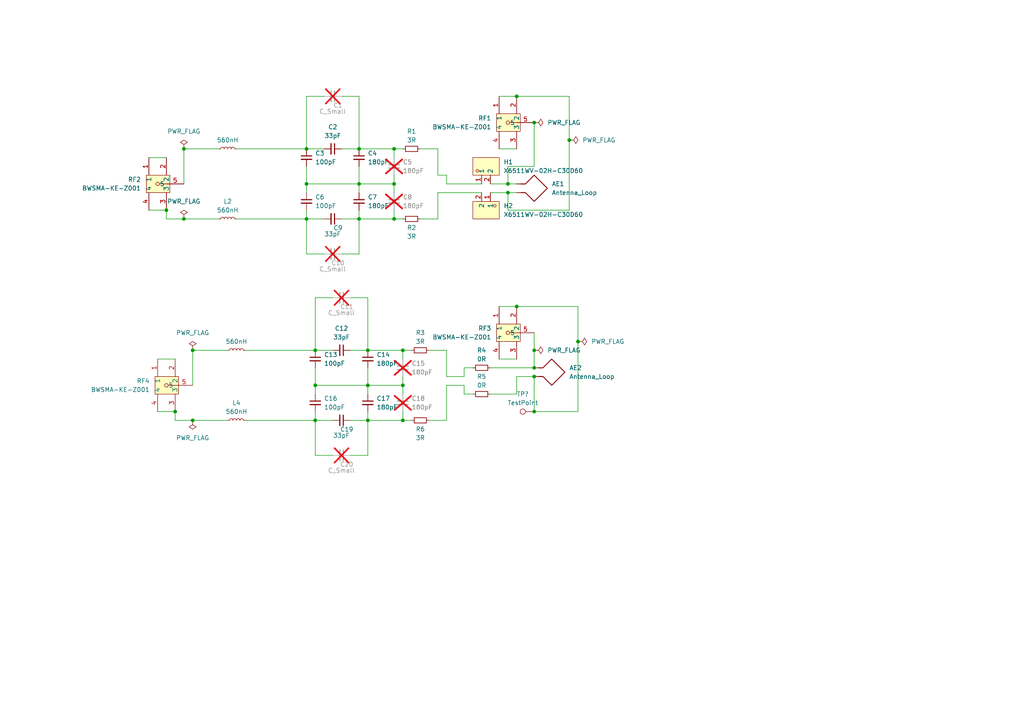
<source format=kicad_sch>
(kicad_sch (version 20230121) (generator eeschema)
  (paper "A4")
  (lib_symbols
    (symbol "Connector:TestPoint" (pin_numbers hide) (pin_names (offset 0.762) hide)
      (property "Reference" "TP" (at 0 6.858 0))
      (property "Value" "TestPoint" (at 0 5.08 0))
      (symbol "TestPoint_0_1"
        (circle (center 0 3.302) (radius 0.762))
      )
      (symbol "TestPoint_1_1"
        (pin passive line (at 0 0 90) (length 2.54) (name "1") (number "1"))
      )
    )
    (symbol "Device:Antenna_Loop" (pin_numbers hide) (pin_names (offset 1.016) hide)
      (property "Reference" "AE" (at 1.27 6.35 0))
      (property "Value" "Antenna_Loop" (at 1.27 5.08 0))
      (symbol "Antenna_Loop_0_1"
        (polyline (pts (xy 2.54 -3.81) (xy 2.54 -2.54) (xy 5.08 0) (xy 1.27 3.81) (xy -2.54 0) (xy 0 -2.54) (xy 0 -3.81)) (stroke (width 0.254)))
      )
      (symbol "Antenna_Loop_1_1"
        (pin input line (at 0 -5.08 90) (length 2.54) (name "~") (number "1"))
        (pin input line (at 2.54 -5.08 90) (length 2.54) (name "~") (number "2"))
      )
    )
    (symbol "Device:C_Small" (pin_numbers hide) (pin_names (offset 0.254) hide)
      (property "Reference" "C" (at 0.254 1.778 0))
      (property "Value" "C_Small" (at 0.254 -2.032 0))
      (symbol "C_Small_0_1"
        (polyline (pts (xy -1.524 -0.508) (xy 1.524 -0.508)) (stroke (width 0.3302)))
        (polyline (pts (xy -1.524 0.508) (xy 1.524 0.508)) (stroke (width 0.3048)))
      )
      (symbol "C_Small_1_1"
        (pin passive line (at 0 2.54 270) (length 2.032) (name "~") (number "1"))
        (pin passive line (at 0 -2.54 90) (length 2.032) (name "~") (number "2"))
      )
    )
    (symbol "Device:L_Small" (pin_numbers hide) (pin_names (offset 0.254) hide)
      (property "Reference" "L" (at 0.762 1.016 0))
      (property "Value" "L_Small" (at 0.762 -1.016 0))
      (symbol "L_Small_0_1"
        (arc (start 0 -2.032) (mid 0.5058 -1.524) (end 0 -1.016))
        (arc (start 0 -1.016) (mid 0.5058 -0.508) (end 0 0))
        (arc (start 0 0) (mid 0.5058 0.508) (end 0 1.016))
        (arc (start 0 1.016) (mid 0.5058 1.524) (end 0 2.032))
      )
      (symbol "L_Small_1_1"
        (pin passive line (at 0 2.54 270) (length 0.508) (name "~") (number "1"))
        (pin passive line (at 0 -2.54 90) (length 0.508) (name "~") (number "2"))
      )
    )
    (symbol "Device:R_Small" (pin_numbers hide) (pin_names (offset 0.254) hide)
      (property "Reference" "R" (at 0.762 0.508 0))
      (property "Value" "R_Small" (at 0.762 -1.016 0))
      (symbol "R_Small_0_1"
        (rectangle (start -0.762 1.778) (end 0.762 -1.778) (stroke (width 0.2032)))
      )
      (symbol "R_Small_1_1"
        (pin passive line (at 0 2.54 270) (length 0.762) (name "~") (number "1"))
        (pin passive line (at 0 -2.54 90) (length 0.762) (name "~") (number "2"))
      )
    )
    (symbol "my_symbol_library:BWSMA-KE-Z001"
      (property "Reference" "RF?" (at -2.286 1.27 0))
      (property "Value" "BWSMA-KE-Z001" (at -2.286 -1.27 0))
      (symbol "BWSMA-KE-Z001_0_1"
        (rectangle (start -0.76 2.54) (end 6.1 -2.54) (fill (type background)))
        (polyline (pts (xy 3.05 0) (xy 5.08 0)))
        (circle (center 2.54 0) (radius 0.51))
        (pin unspecified line (at 0 7.62 270) (length 5.08) (name "1") (number "1"))
        (pin unspecified line (at 5.08 7.62 270) (length 5.08) (name "2") (number "2"))
        (pin unspecified line (at 5.08 -7.62 90) (length 5.08) (name "3") (number "3"))
        (pin unspecified line (at 0 -7.62 90) (length 5.08) (name "4") (number "4"))
        (pin unspecified line (at 10.16 0 180) (length 5.08) (name "5") (number "5"))
      )
    )
    (symbol "my_symbol_library:X6511WV-02H-C30D60"
      (property "Reference" "H" (at 0 6.35 0))
      (property "Value" "X6511WV-02H-C30D60" (at 0 -6.35 0))
      (symbol "X6511WV-02H-C30D60_0_1"
        (rectangle (start -2.54 3.81) (end 2.54 -3.81) (fill (type background)))
        (circle (center -1.27 2.54) (radius 0.38))
        (pin unspecified line (at -5.08 1.27 0) (length 2.54) (name "1") (number "1"))
        (pin unspecified line (at -5.08 -1.27 0) (length 2.54) (name "2") (number "2"))
      )
    )
    (symbol "power:PWR_FLAG" (power) (pin_numbers hide) (pin_names (offset 0) hide)
      (property "Value" "PWR_FLAG" (at 0 3.81 0))
      (symbol "PWR_FLAG_0_0"
        (pin power_out line (at 0 0 90) (length 0) (name "pwr") (number "1"))
      )
      (symbol "PWR_FLAG_0_1"
        (polyline (pts (xy 0 0) (xy 0 1.27) (xy -1.016 1.905) (xy 0 2.54) (xy 1.016 1.905) (xy 0 1.27)))
      )
    )
  )
  (junction (at 106.68 121.92))
  (junction (at 154.94 119.38))
  (junction (at 154.94 109.22))
  (junction (at 114.3 43.18))
  (junction (at 154.94 35.56))
  (junction (at 55.88 101.6))
  (junction (at 116.84 121.92))
  (junction (at 104.14 43.18))
  (junction (at 149.86 27.94))
  (junction (at 106.68 101.6))
  (junction (at 106.68 111.76))
  (junction (at 114.3 53.34))
  (junction (at 53.34 63.5))
  (junction (at 104.14 63.5))
  (junction (at 88.9 43.18))
  (junction (at 104.14 53.34))
  (junction (at 91.44 121.92))
  (junction (at 48.26 60.96))
  (junction (at 55.88 121.92))
  (junction (at 154.94 101.6))
  (junction (at 91.44 101.6))
  (junction (at 88.9 63.5))
  (junction (at 149.86 88.9))
  (junction (at 116.84 111.76))
  (junction (at 116.84 101.6))
  (junction (at 165.1 40.64))
  (junction (at 91.44 111.76))
  (junction (at 167.64 99.06))
  (junction (at 154.94 106.68))
  (junction (at 114.3 63.5))
  (junction (at 88.9 53.34))
  (junction (at 50.8 119.38))
  (junction (at 53.34 43.18))
  (junction (at 147.32 55.88))
  (junction (at 147.32 53.34))
  (wire (pts (xy 127 55.88) (xy 139.7 55.88)))
  (wire (pts (xy 149.86 109.22) (xy 154.94 109.22)))
  (wire (pts (xy 114.3 60.96) (xy 114.3 63.5)))
  (wire (pts (xy 149.86 27.94) (xy 165.1 27.94)))
  (wire (pts (xy 96.52 132.08) (xy 91.44 132.08)))
  (wire (pts (xy 106.68 121.92) (xy 116.84 121.92)))
  (wire (pts (xy 91.44 111.76) (xy 106.68 111.76)))
  (wire (pts (xy 106.68 121.92) (xy 101.6 121.92)))
  (wire (pts (xy 154.94 48.26) (xy 147.32 48.26)))
  (wire (pts (xy 154.94 119.38) (xy 154.94 109.22)))
  (wire (pts (xy 116.84 111.76) (xy 106.68 111.76)))
  (wire (pts (xy 167.64 99.06) (xy 167.64 119.38)))
  (wire (pts (xy 104.14 63.5) (xy 114.3 63.5)))
  (wire (pts (xy 114.3 53.34) (xy 104.14 53.34)))
  (wire (pts (xy 144.78 43.18) (xy 149.86 43.18)))
  (wire (pts (xy 50.8 121.92) (xy 55.88 121.92)))
  (wire (pts (xy 55.88 101.6) (xy 55.88 111.76)))
  (wire (pts (xy 106.68 119.38) (xy 106.68 121.92)))
  (wire (pts (xy 142.24 114.3) (xy 149.86 114.3)))
  (wire (pts (xy 121.92 43.18) (xy 127 43.18)))
  (wire (pts (xy 91.44 101.6) (xy 71.12 101.6)))
  (wire (pts (xy 147.32 55.88) (xy 149.86 55.88)))
  (wire (pts (xy 88.9 63.5) (xy 93.98 63.5)))
  (wire (pts (xy 114.3 63.5) (xy 116.84 63.5)))
  (wire (pts (xy 104.14 53.34) (xy 104.14 55.88)))
  (wire (pts (xy 106.68 86.36) (xy 106.68 101.6)))
  (wire (pts (xy 93.98 27.94) (xy 88.9 27.94)))
  (wire (pts (xy 142.24 55.88) (xy 147.32 55.88)))
  (wire (pts (xy 149.86 88.9) (xy 167.64 88.9)))
  (wire (pts (xy 165.1 60.96) (xy 147.32 60.96)))
  (wire (pts (xy 165.1 27.94) (xy 165.1 40.64)))
  (wire (pts (xy 101.6 132.08) (xy 106.68 132.08)))
  (wire (pts (xy 55.88 121.92) (xy 66.04 121.92)))
  (wire (pts (xy 48.26 63.5) (xy 53.34 63.5)))
  (wire (pts (xy 129.54 53.34) (xy 139.7 53.34)))
  (wire (pts (xy 134.62 106.68) (xy 137.16 106.68)))
  (wire (pts (xy 96.52 86.36) (xy 91.44 86.36)))
  (wire (pts (xy 147.32 60.96) (xy 147.32 55.88)))
  (wire (pts (xy 88.9 27.94) (xy 88.9 43.18)))
  (wire (pts (xy 167.64 119.38) (xy 154.94 119.38)))
  (wire (pts (xy 144.78 88.9) (xy 149.86 88.9)))
  (wire (pts (xy 104.14 63.5) (xy 99.06 63.5)))
  (wire (pts (xy 106.68 132.08) (xy 106.68 121.92)))
  (wire (pts (xy 53.34 63.5) (xy 63.5 63.5)))
  (wire (pts (xy 129.54 53.34) (xy 129.54 50.8)))
  (wire (pts (xy 93.98 73.66) (xy 88.9 73.66)))
  (wire (pts (xy 134.62 109.22) (xy 134.62 106.68)))
  (wire (pts (xy 147.32 53.34) (xy 149.86 53.34)))
  (wire (pts (xy 104.14 27.94) (xy 104.14 43.18)))
  (wire (pts (xy 91.44 121.92) (xy 91.44 119.38)))
  (wire (pts (xy 116.84 121.92) (xy 119.38 121.92)))
  (wire (pts (xy 45.72 119.38) (xy 50.8 119.38)))
  (wire (pts (xy 106.68 111.76) (xy 106.68 114.3)))
  (wire (pts (xy 99.06 27.94) (xy 104.14 27.94)))
  (wire (pts (xy 45.72 104.14) (xy 50.8 104.14)))
  (wire (pts (xy 88.9 63.5) (xy 88.9 73.66)))
  (wire (pts (xy 68.58 63.5) (xy 88.9 63.5)))
  (wire (pts (xy 129.54 109.22) (xy 134.62 109.22)))
  (wire (pts (xy 121.92 63.5) (xy 127 63.5)))
  (wire (pts (xy 154.94 96.52) (xy 154.94 101.6)))
  (wire (pts (xy 167.64 88.9) (xy 167.64 99.06)))
  (wire (pts (xy 124.46 101.6) (xy 129.54 101.6)))
  (wire (pts (xy 55.88 101.6) (xy 66.04 101.6)))
  (wire (pts (xy 104.14 60.96) (xy 104.14 63.5)))
  (wire (pts (xy 53.34 43.18) (xy 63.5 43.18)))
  (wire (pts (xy 71.12 121.92) (xy 91.44 121.92)))
  (wire (pts (xy 91.44 121.92) (xy 91.44 132.08)))
  (wire (pts (xy 104.14 48.26) (xy 104.14 53.34)))
  (wire (pts (xy 129.54 121.92) (xy 129.54 111.76)))
  (wire (pts (xy 99.06 73.66) (xy 104.14 73.66)))
  (wire (pts (xy 116.84 104.14) (xy 116.84 101.6)))
  (wire (pts (xy 144.78 27.94) (xy 149.86 27.94)))
  (wire (pts (xy 129.54 50.8) (xy 127 50.8)))
  (wire (pts (xy 106.68 106.68) (xy 106.68 111.76)))
  (wire (pts (xy 149.86 114.3) (xy 149.86 109.22)))
  (wire (pts (xy 142.24 53.34) (xy 147.32 53.34)))
  (wire (pts (xy 48.26 63.5) (xy 48.26 60.96)))
  (wire (pts (xy 88.9 48.26) (xy 88.9 53.34)))
  (wire (pts (xy 88.9 43.18) (xy 68.58 43.18)))
  (wire (pts (xy 142.24 106.68) (xy 154.94 106.68)))
  (wire (pts (xy 116.84 101.6) (xy 119.38 101.6)))
  (wire (pts (xy 124.46 121.92) (xy 129.54 121.92)))
  (wire (pts (xy 50.8 121.92) (xy 50.8 119.38)))
  (wire (pts (xy 114.3 50.8) (xy 114.3 53.34)))
  (wire (pts (xy 106.68 101.6) (xy 116.84 101.6)))
  (wire (pts (xy 165.1 40.64) (xy 165.1 60.96)))
  (wire (pts (xy 127 63.5) (xy 127 55.88)))
  (wire (pts (xy 116.84 111.76) (xy 116.84 114.3)))
  (wire (pts (xy 88.9 53.34) (xy 88.9 55.88)))
  (wire (pts (xy 129.54 111.76) (xy 134.62 111.76)))
  (wire (pts (xy 116.84 109.22) (xy 116.84 111.76)))
  (wire (pts (xy 88.9 53.34) (xy 104.14 53.34)))
  (wire (pts (xy 104.14 73.66) (xy 104.14 63.5)))
  (wire (pts (xy 114.3 43.18) (xy 116.84 43.18)))
  (wire (pts (xy 104.14 43.18) (xy 114.3 43.18)))
  (wire (pts (xy 88.9 63.5) (xy 88.9 60.96)))
  (wire (pts (xy 88.9 43.18) (xy 93.98 43.18)))
  (wire (pts (xy 144.78 104.14) (xy 149.86 104.14)))
  (wire (pts (xy 116.84 119.38) (xy 116.84 121.92)))
  (wire (pts (xy 91.44 121.92) (xy 96.52 121.92)))
  (wire (pts (xy 154.94 101.6) (xy 154.94 106.68)))
  (wire (pts (xy 101.6 86.36) (xy 106.68 86.36)))
  (wire (pts (xy 101.6 101.6) (xy 106.68 101.6)))
  (wire (pts (xy 129.54 101.6) (xy 129.54 109.22)))
  (wire (pts (xy 53.34 43.18) (xy 53.34 53.34)))
  (wire (pts (xy 114.3 45.72) (xy 114.3 43.18)))
  (wire (pts (xy 91.44 101.6) (xy 96.52 101.6)))
  (wire (pts (xy 91.44 106.68) (xy 91.44 111.76)))
  (wire (pts (xy 127 43.18) (xy 127 50.8)))
  (wire (pts (xy 43.18 45.72) (xy 48.26 45.72)))
  (wire (pts (xy 114.3 53.34) (xy 114.3 55.88)))
  (wire (pts (xy 134.62 114.3) (xy 137.16 114.3)))
  (wire (pts (xy 99.06 43.18) (xy 104.14 43.18)))
  (wire (pts (xy 154.94 35.56) (xy 154.94 48.26)))
  (wire (pts (xy 43.18 60.96) (xy 48.26 60.96)))
  (wire (pts (xy 147.32 48.26) (xy 147.32 53.34)))
  (wire (pts (xy 91.44 111.76) (xy 91.44 114.3)))
  (wire (pts (xy 91.44 86.36) (xy 91.44 101.6)))
  (wire (pts (xy 134.62 111.76) (xy 134.62 114.3)))
  (symbol (lib_id "Device:C_Small") (at 91.44 116.84 0) (unit 1)
    (property "Reference" "C16" (at 93.98 115.5763 0) (effects (justify left)))
    (property "Value" "100pF" (at 93.98 118.1163 0) (effects (justify left)))
    (property "Footprint" "Capacitor_SMD:C_0805_2012Metric" (effects hide))
    (property "LCSC part" "C82028" (effects hide))
    (property "Mfr prt" "0805CG101J500NT" (effects hide))
  )
  (symbol (lib_id "Device:C_Small") (at 91.44 104.14 0) (unit 1)
    (property "Reference" "C13" (at 93.98 102.8763 0) (effects (justify left)))
    (property "Value" "100pF" (at 93.98 105.4163 0) (effects (justify left)))
    (property "Footprint" "Capacitor_SMD:C_0805_2012Metric" (effects hide))
    (property "LCSC part" "C82028" (effects hide))
    (property "Mfr prt" "0805CG101J500NT" (effects hide))
  )
  (symbol (lib_id "my_symbol_library:BWSMA-KE-Z001") (at 43.18 53.34 0) (unit 1)
    (property "Reference" "RF2" (at 40.894 52.07 0) (effects (justify right)))
    (property "Value" "BWSMA-KE-Z001" (at 40.894 54.61 0) (effects (justify right)))
    (property "Footprint" "my_lib:[SMA_CONNECTOR]BAT WIRELESS BWSMA-KE-Z001" (effects hide))
    (property "Datasheet" "https://lcsc.com/product-detail/New-Arrivals_BAT-WIRELESS-BWSMA-KE-Z001_C496549.html" (effects hide))
    (property "LCSC Part" "C496549" (effects hide))
  )
  (symbol (lib_id "power:PWR_FLAG") (at 154.94 35.56 270) (unit 1)
    (property "Reference" "#FLG06" (effects hide))
    (property "Value" "PWR_FLAG" (at 158.75 35.56 90) (effects (justify left)))
  )
  (symbol (lib_id "my_symbol_library:BWSMA-KE-Z001") (at 45.72 111.76 0) (unit 1)
    (property "Reference" "RF4" (at 43.434 110.49 0) (effects (justify right)))
    (property "Value" "BWSMA-KE-Z001" (at 43.434 113.03 0) (effects (justify right)))
    (property "Footprint" "my_lib:[SMA_CONNECTOR]BAT WIRELESS BWSMA-KE-Z001" (effects hide))
    (property "Datasheet" "https://lcsc.com/product-detail/New-Arrivals_BAT-WIRELESS-BWSMA-KE-Z001_C496549.html" (effects hide))
    (property "LCSC Part" "C496549" (effects hide))
  )
  (symbol (lib_id "Device:Antenna_Loop") (at 154.94 53.34 270) (unit 1)
    (property "Reference" "AE1" (at 160.02 53.34 90) (effects (justify left)))
    (property "Value" "Antenna_Loop" (at 160.02 55.88 90) (effects (justify left)))
    (property "Footprint" "my_lib:[Antenna]Custom" (effects hide))
  )
  (symbol (lib_id "Device:R_Small") (at 119.38 63.5 90) (unit 1)
    (property "Reference" "R2" (at 119.38 66.04 90))
    (property "Value" "3R" (at 119.38 68.58 90))
    (property "Footprint" "Resistor_SMD:R_1206_3216Metric" (effects hide))
    (property "LCSC part" "C17660" (effects hide))
    (property "Mfr prt" "0805W8F300KT5E" (effects hide))
  )
  (symbol (lib_id "my_symbol_library:X6511WV-02H-C30D60") (at 140.97 60.96 270) (unit 1)
    (property "Reference" "H2" (at 146.05 59.69 90) (effects (justify left)))
    (property "Value" "X6511WV-02H-C30D60" (at 146.05 62.23 90) (effects (justify left)))
    (property "Footprint" "my_lib:[2x1_PIN_HEADER_STR]XKB Connection X6511WV-02H-C60D30" (effects hide))
    (property "Datasheet" "https://lcsc.com/product-detail/Pin-Header-Female-Header_XKB-Connectivity-X6511WV-02H-C30D60_C706874.html" (effects hide))
    (property "LCSC Part" "C706874" (effects hide))
  )
  (symbol (lib_id "Device:C_Small") (at 99.06 132.08 270) (unit 1) (dnp yes)
    (property "Reference" "C20" (at 100.5858 134.6944 90))
    (property "Value" "C_Small" (at 99.0041 136.4621 90))
    (property "Footprint" "Capacitor_SMD:C_0805_2012Metric" (effects hide))
  )
  (symbol (lib_id "Device:R_Small") (at 139.7 106.68 90) (unit 1)
    (property "Reference" "R4" (at 139.7 101.6 90))
    (property "Value" "0R" (at 139.7 104.14 90))
    (property "Footprint" "Resistor_SMD:R_1206_3216Metric" (effects hide))
    (property "Datasheet" "https://www.lcsc.com/product-detail/Chip-Resistor-Surface-Mount_span-style-background-color-ff0-Vishay-span-Intertech-CRCW12060000Z0EAHP_C844862.html" (effects hide))
    (property "Mfr prt" "CRCW12060000Z0EAHP" (effects hide))
    (property "LCSC part" "C844862" (effects hide))
  )
  (symbol (lib_id "power:PWR_FLAG") (at 53.34 63.5 0) (unit 1)
    (property "Reference" "#FLG03" (effects hide))
    (property "Value" "PWR_FLAG" (at 53.34 58.42 0))
  )
  (symbol (lib_id "Device:C_Small") (at 99.06 101.6 270) (unit 1)
    (property "Reference" "C12" (at 99.0536 95.25 90))
    (property "Value" "33pF" (at 99.0536 97.79 90))
    (property "Footprint" "Capacitor_SMD:C_0805_2012Metric" (effects hide))
    (property "LCSC part" "C157687" (effects hide))
    (property "Mfr prt" "0805CG330J500NT" (effects hide))
  )
  (symbol (lib_id "Device:C_Small") (at 114.3 48.26 0) (unit 1) (dnp yes)
    (property "Reference" "C5" (at 116.84 46.9963 0) (effects (justify left)))
    (property "Value" "180pF" (at 116.84 49.5363 0) (effects (justify left)))
    (property "Footprint" "Capacitor_SMD:C_0805_2012Metric" (effects hide))
    (property "LCSC part" "C501859" (effects hide))
    (property "Mfr prt" "0805CG181J500NT" (effects hide))
  )
  (symbol (lib_id "Device:R_Small") (at 121.92 101.6 270) (unit 1)
    (property "Reference" "R3" (at 121.92 96.52 90))
    (property "Value" "3R" (at 121.92 99.06 90))
    (property "Footprint" "Resistor_SMD:R_1206_3216Metric" (effects hide))
    (property "LCSC part" "C17660" (effects hide))
    (property "Mfr prt" "0805W8F300KT5E" (effects hide))
  )
  (symbol (lib_id "Device:R_Small") (at 121.92 121.92 90) (unit 1)
    (property "Reference" "R6" (at 121.92 124.46 90))
    (property "Value" "3R" (at 121.92 127 90))
    (property "Footprint" "Resistor_SMD:R_1206_3216Metric" (effects hide))
    (property "LCSC part" "C17660" (effects hide))
    (property "Mfr prt" "0805W8F300KT5E" (effects hide))
  )
  (symbol (lib_id "my_symbol_library:X6511WV-02H-C30D60") (at 140.97 48.26 90) (unit 1)
    (property "Reference" "H1" (at 146.05 46.99 90) (effects (justify right)))
    (property "Value" "X6511WV-02H-C30D60" (at 146.05 49.53 90) (effects (justify right)))
    (property "Footprint" "my_lib:[2x1_PIN_HEADER_STR]XKB Connection X6511WV-02H-C60D30" (effects hide))
    (property "Datasheet" "https://lcsc.com/product-detail/Pin-Header-Female-Header_XKB-Connectivity-X6511WV-02H-C30D60_C706874.html" (effects hide))
    (property "LCSC Part" "C706874" (effects hide))
  )
  (symbol (lib_id "Device:L_Small") (at 68.58 101.6 90) (unit 1)
    (property "Reference" "L3" (effects hide))
    (property "Value" "560nH" (at 68.58 99.06 90))
    (property "Footprint" "Inductor_SMD:L_0805_2012Metric" (effects hide))
    (property "LCSC part" "C882475" (effects hide))
    (property "Mfr prt" "LQM21NNR56K10D" (effects hide))
  )
  (symbol (lib_id "Device:C_Small") (at 104.14 58.42 0) (unit 1)
    (property "Reference" "C7" (at 106.68 57.1563 0) (effects (justify left)))
    (property "Value" "180pF" (at 106.68 59.6963 0) (effects (justify left)))
    (property "Footprint" "Capacitor_SMD:C_0805_2012Metric" (effects hide))
    (property "LCSC part" "C501859" (effects hide))
    (property "Mfr prt" "0805CG181J500NT" (effects hide))
  )
  (symbol (lib_id "power:PWR_FLAG") (at 53.34 43.18 0) (unit 1)
    (property "Reference" "#FLG04" (effects hide))
    (property "Value" "PWR_FLAG" (at 53.34 38.1 0))
  )
  (symbol (lib_id "Device:L_Small") (at 68.58 121.92 90) (unit 1)
    (property "Reference" "L4" (at 68.58 116.84 90))
    (property "Value" "560nH" (at 68.58 119.38 90))
    (property "Footprint" "Inductor_SMD:L_0805_2012Metric" (effects hide))
    (property "LCSC part" "C882475" (effects hide))
    (property "Mfr prt" "LQM21NNR56K10D" (effects hide))
  )
  (symbol (lib_id "Device:L_Small") (at 66.04 43.18 90) (unit 1)
    (property "Reference" "L1" (effects hide))
    (property "Value" "560nH" (at 66.04 40.64 90))
    (property "Footprint" "Inductor_SMD:L_0805_2012Metric" (effects hide))
    (property "LCSC part" "C882475" (effects hide))
    (property "Mfr prt" "LQM21NNR56K10D" (effects hide))
  )
  (symbol (lib_id "power:PWR_FLAG") (at 55.88 121.92 180) (unit 1)
    (property "Reference" "#FLG02" (effects hide))
    (property "Value" "PWR_FLAG" (at 55.88 127 0))
  )
  (symbol (lib_id "Device:Antenna_Loop") (at 160.02 106.68 270) (unit 1)
    (property "Reference" "AE2" (at 165.1 106.68 90) (effects (justify left)))
    (property "Value" "Antenna_Loop" (at 165.1 109.22 90) (effects (justify left)))
    (property "Footprint" "my_lib:[Antenna]Custom" (effects hide))
  )
  (symbol (lib_id "Device:C_Small") (at 96.52 73.66 270) (unit 1) (dnp yes)
    (property "Reference" "C10" (at 98.0458 76.2744 90))
    (property "Value" "C_Small" (at 96.4641 78.0421 90))
    (property "Footprint" "Capacitor_SMD:C_0805_2012Metric" (effects hide))
  )
  (symbol (lib_id "power:PWR_FLAG") (at 165.1 40.64 270) (unit 1)
    (property "Reference" "#FLG05" (effects hide))
    (property "Value" "PWR_FLAG" (at 168.91 40.64 90) (effects (justify left)))
  )
  (symbol (lib_id "Device:C_Small") (at 106.68 104.14 0) (unit 1)
    (property "Reference" "C14" (at 109.22 102.8763 0) (effects (justify left)))
    (property "Value" "180pF" (at 109.22 105.4163 0) (effects (justify left)))
    (property "Footprint" "Capacitor_SMD:C_0805_2012Metric" (effects hide))
    (property "LCSC part" "C501859" (effects hide))
    (property "Mfr prt" "0805CG181J500NT" (effects hide))
  )
  (symbol (lib_id "Device:C_Small") (at 116.84 116.84 0) (unit 1) (dnp yes)
    (property "Reference" "C18" (at 119.38 115.5763 0) (effects (justify left)))
    (property "Value" "180pF" (at 119.38 118.1163 0) (effects (justify left)))
    (property "Footprint" "Capacitor_SMD:C_0805_2012Metric" (effects hide))
    (property "LCSC part" "C501859" (effects hide))
    (property "Mfr prt" "0805CG181J500NT" (effects hide))
  )
  (symbol (lib_id "power:PWR_FLAG") (at 55.88 101.6 0) (unit 1)
    (property "Reference" "#FLG01" (effects hide))
    (property "Value" "PWR_FLAG" (at 55.88 96.52 0))
  )
  (symbol (lib_id "Device:C_Small") (at 88.9 45.72 0) (unit 1)
    (property "Reference" "C3" (at 91.44 44.4563 0) (effects (justify left)))
    (property "Value" "100pF" (at 91.44 46.9963 0) (effects (justify left)))
    (property "Footprint" "Capacitor_SMD:C_0805_2012Metric" (effects hide))
    (property "LCSC part" "C82028" (effects hide))
    (property "Mfr prt" "0805CG101J500NT" (effects hide))
  )
  (symbol (lib_id "my_symbol_library:BWSMA-KE-Z001") (at 144.78 35.56 0) (unit 1)
    (property "Reference" "RF1" (at 142.494 34.29 0) (effects (justify right)))
    (property "Value" "BWSMA-KE-Z001" (at 142.494 36.83 0) (effects (justify right)))
    (property "Footprint" "my_lib:[SMA_CONNECTOR]BAT WIRELESS BWSMA-KE-Z001" (effects hide))
    (property "Datasheet" "https://lcsc.com/product-detail/New-Arrivals_BAT-WIRELESS-BWSMA-KE-Z001_C496549.html" (effects hide))
    (property "LCSC Part" "C496549" (effects hide))
  )
  (symbol (lib_id "my_symbol_library:BWSMA-KE-Z001") (at 144.78 96.52 0) (unit 1)
    (property "Reference" "RF3" (at 142.494 95.25 0) (effects (justify right)))
    (property "Value" "BWSMA-KE-Z001" (at 142.494 97.79 0) (effects (justify right)))
    (property "Footprint" "my_lib:[SMA_CONNECTOR]BAT WIRELESS BWSMA-KE-Z001" (effects hide))
    (property "Datasheet" "https://lcsc.com/product-detail/New-Arrivals_BAT-WIRELESS-BWSMA-KE-Z001_C496549.html" (effects hide))
    (property "LCSC Part" "C496549" (effects hide))
  )
  (symbol (lib_id "Device:L_Small") (at 66.04 63.5 90) (unit 1)
    (property "Reference" "L2" (at 66.04 58.42 90))
    (property "Value" "560nH" (at 66.04 60.96 90))
    (property "Footprint" "Inductor_SMD:L_0805_2012Metric" (effects hide))
    (property "LCSC part" "C882475" (effects hide))
    (property "Mfr prt" "LQM21NNR56K10D" (effects hide))
  )
  (symbol (lib_id "Device:C_Small") (at 99.06 121.92 270) (unit 1)
    (property "Reference" "C19" (at 100.5858 124.5344 90))
    (property "Value" "33pF" (at 99.0041 126.3021 90))
    (property "Footprint" "Capacitor_SMD:C_0805_2012Metric" (effects hide))
    (property "LCSC part" "C157687" (effects hide))
    (property "Mfr prt" "0805CG330J500NT" (effects hide))
  )
  (symbol (lib_id "Device:C_Small") (at 106.68 116.84 0) (unit 1)
    (property "Reference" "C17" (at 109.22 115.5763 0) (effects (justify left)))
    (property "Value" "180pF" (at 109.22 118.1163 0) (effects (justify left)))
    (property "Footprint" "Capacitor_SMD:C_0805_2012Metric" (effects hide))
    (property "LCSC part" "C501859" (effects hide))
    (property "Mfr prt" "0805CG181J500NT" (effects hide))
  )
  (symbol (lib_id "Device:C_Small") (at 88.9 58.42 0) (unit 1)
    (property "Reference" "C6" (at 91.44 57.1563 0) (effects (justify left)))
    (property "Value" "100pF" (at 91.44 59.6963 0) (effects (justify left)))
    (property "Footprint" "Capacitor_SMD:C_0805_2012Metric" (effects hide))
    (property "LCSC part" "C82028" (effects hide))
    (property "Mfr prt" "0805CG101J500NT" (effects hide))
  )
  (symbol (lib_id "power:PWR_FLAG") (at 154.94 101.6 270) (unit 1)
    (property "Reference" "#FLG08" (effects hide))
    (property "Value" "PWR_FLAG" (at 158.75 101.6 90) (effects (justify left)))
  )
  (symbol (lib_id "Device:C_Small") (at 116.84 106.68 0) (unit 1) (dnp yes)
    (property "Reference" "C15" (at 119.38 105.4163 0) (effects (justify left)))
    (property "Value" "180pF" (at 119.38 107.9563 0) (effects (justify left)))
    (property "Footprint" "Capacitor_SMD:C_0805_2012Metric" (effects hide))
    (property "LCSC part" "C501859" (effects hide))
    (property "Mfr prt" "0805CG181J500NT" (effects hide))
  )
  (symbol (lib_id "Device:C_Small") (at 96.52 63.5 270) (unit 1)
    (property "Reference" "C9" (at 98.0458 66.1144 90))
    (property "Value" "33pF" (at 96.4641 67.8821 90))
    (property "Footprint" "Capacitor_SMD:C_0805_2012Metric" (effects hide))
    (property "LCSC part" "C157687" (effects hide))
    (property "Mfr prt" "0805CG330J500NT" (effects hide))
  )
  (symbol (lib_id "Device:C_Small") (at 104.14 45.72 0) (unit 1)
    (property "Reference" "C4" (at 106.68 44.4563 0) (effects (justify left)))
    (property "Value" "180pF" (at 106.68 46.9963 0) (effects (justify left)))
    (property "Footprint" "Capacitor_SMD:C_0805_2012Metric" (effects hide))
    (property "LCSC part" "C501859" (effects hide))
    (property "Mfr prt" "0805CG181J500NT" (effects hide))
  )
  (symbol (lib_id "power:PWR_FLAG") (at 167.64 99.06 270) (unit 1)
    (property "Reference" "#FLG07" (effects hide))
    (property "Value" "PWR_FLAG" (at 171.45 99.06 90) (effects (justify left)))
  )
  (symbol (lib_id "Device:R_Small") (at 139.7 114.3 270) (unit 1)
    (property "Reference" "R5" (at 139.7 109.22 90))
    (property "Value" "0R" (at 139.7 111.76 90))
    (property "Footprint" "Resistor_SMD:R_1206_3216Metric" (effects hide))
    (property "Datasheet" "https://www.lcsc.com/product-detail/Chip-Resistor-Surface-Mount_span-style-background-color-ff0-Vishay-span-Intertech-CRCW12060000Z0EAHP_C844862.html" (effects hide))
    (property "Mfr prt" "CRCW12060000Z0EAHP" (effects hide))
    (property "LCSC part" "C844862" (effects hide))
  )
  (symbol (lib_id "Device:C_Small") (at 99.06 86.36 270) (unit 1) (dnp yes)
    (property "Reference" "C11" (at 100.5858 88.9744 90))
    (property "Value" "C_Small" (at 99.0041 90.7421 90))
    (property "Footprint" "Capacitor_SMD:C_0805_2012Metric" (effects hide))
  )
  (symbol (lib_id "Device:C_Small") (at 114.3 58.42 0) (unit 1) (dnp yes)
    (property "Reference" "C8" (at 116.84 57.1563 0) (effects (justify left)))
    (property "Value" "180pF" (at 116.84 59.6963 0) (effects (justify left)))
    (property "Footprint" "Capacitor_SMD:C_0805_2012Metric" (effects hide))
    (property "LCSC part" "C501859" (effects hide))
    (property "Mfr prt" "0805CG181J500NT" (effects hide))
  )
  (symbol (lib_id "Device:R_Small") (at 119.38 43.18 270) (unit 1)
    (property "Reference" "R1" (at 119.38 38.1 90))
    (property "Value" "3R" (at 119.38 40.64 90))
    (property "Footprint" "Resistor_SMD:R_1206_3216Metric" (effects hide))
    (property "LCSC part" "C17660" (effects hide))
    (property "Mfr prt" "0805W8F300KT5E" (effects hide))
  )
  (symbol (lib_id "Connector:TestPoint") (at 154.94 119.38 90) (unit 1)
    (property "Reference" "TP?" (at 151.638 114.3 90))
    (property "Value" "TestPoint" (at 151.638 116.84 90))
    (property "Footprint" "TestPoint:TestPoint_Pad_D1.0mm" (effects hide))
  )
  (symbol (lib_id "Device:C_Small") (at 96.52 27.94 270) (unit 1) (dnp yes)
    (property "Reference" "C1" (at 98.0458 30.5544 90))
    (property "Value" "C_Small" (at 96.4641 32.3221 90))
    (property "Footprint" "Capacitor_SMD:C_0805_2012Metric" (effects hide))
  )
  (symbol (lib_id "Device:C_Small") (at 96.52 43.18 270) (unit 1)
    (property "Reference" "C2" (at 96.5136 36.83 90))
    (property "Value" "33pF" (at 96.5136 39.37 90))
    (property "Footprint" "Capacitor_SMD:C_0805_2012Metric" (effects hide))
    (property "LCSC part" "C157687" (effects hide))
    (property "Mfr prt" "0805CG330J500NT" (effects hide))
  )
)
</source>
